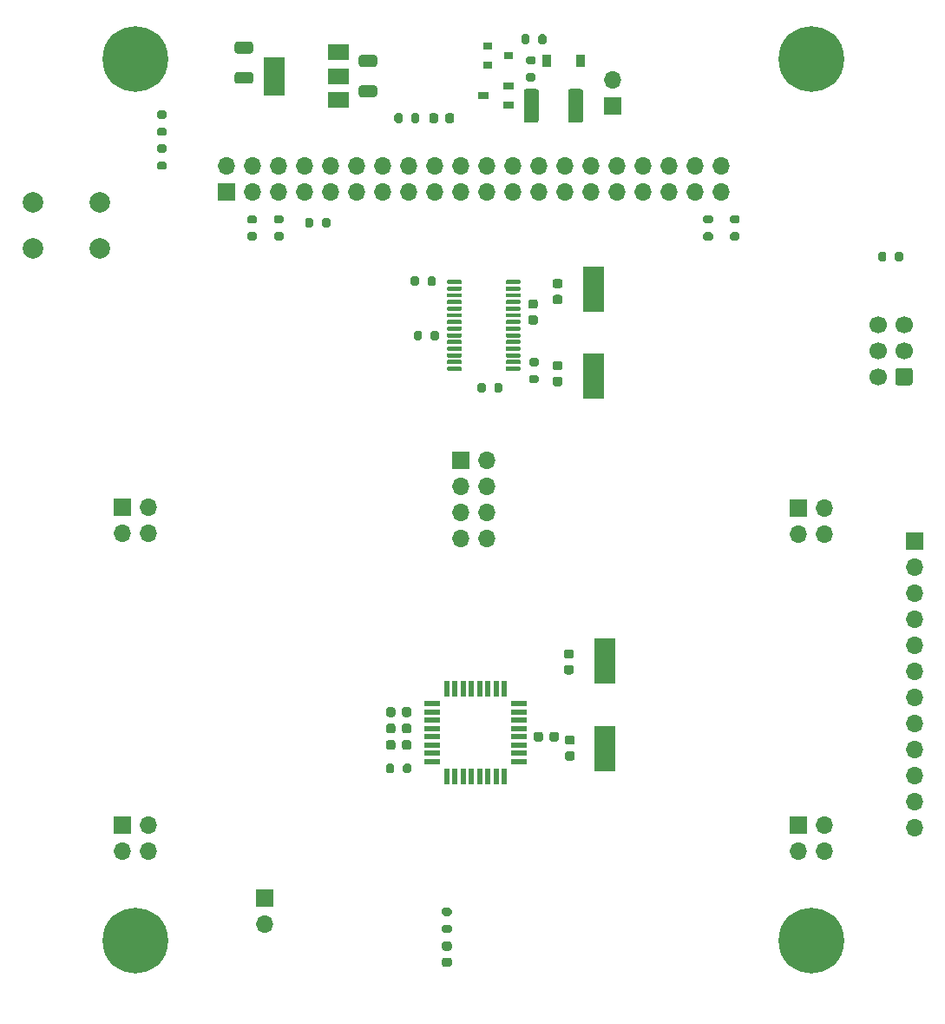
<source format=gts>
%TF.GenerationSoftware,KiCad,Pcbnew,5.1.10*%
%TF.CreationDate,2021-11-15T18:17:48+01:00*%
%TF.ProjectId,main_pcb,6d61696e-5f70-4636-922e-6b696361645f,rev?*%
%TF.SameCoordinates,PX8f0d180PY5f5e100*%
%TF.FileFunction,Soldermask,Top*%
%TF.FilePolarity,Negative*%
%FSLAX46Y46*%
G04 Gerber Fmt 4.6, Leading zero omitted, Abs format (unit mm)*
G04 Created by KiCad (PCBNEW 5.1.10) date 2021-11-15 18:17:48*
%MOMM*%
%LPD*%
G01*
G04 APERTURE LIST*
%ADD10O,1.700000X1.700000*%
%ADD11R,1.700000X1.700000*%
%ADD12C,1.700000*%
%ADD13R,2.000000X4.500000*%
%ADD14R,2.000000X1.500000*%
%ADD15R,2.000000X3.800000*%
%ADD16R,0.550000X1.600000*%
%ADD17R,1.600000X0.550000*%
%ADD18C,2.000000*%
%ADD19R,1.000000X0.700000*%
%ADD20R,0.900000X0.800000*%
%ADD21C,6.400000*%
%ADD22R,0.900000X1.200000*%
G04 APERTURE END LIST*
%TO.C,R5*%
G36*
G01*
X-6875000Y-26475000D02*
X-6875000Y-25925000D01*
G75*
G02*
X-6675000Y-25725000I200000J0D01*
G01*
X-6275000Y-25725000D01*
G75*
G02*
X-6075000Y-25925000I0J-200000D01*
G01*
X-6075000Y-26475000D01*
G75*
G02*
X-6275000Y-26675000I-200000J0D01*
G01*
X-6675000Y-26675000D01*
G75*
G02*
X-6875000Y-26475000I0J200000D01*
G01*
G37*
G36*
G01*
X-8525000Y-26475000D02*
X-8525000Y-25925000D01*
G75*
G02*
X-8325000Y-25725000I200000J0D01*
G01*
X-7925000Y-25725000D01*
G75*
G02*
X-7725000Y-25925000I0J-200000D01*
G01*
X-7725000Y-26475000D01*
G75*
G02*
X-7925000Y-26675000I-200000J0D01*
G01*
X-8325000Y-26675000D01*
G75*
G02*
X-8525000Y-26475000I0J200000D01*
G01*
G37*
%TD*%
D10*
%TO.C,J9*%
X-20400000Y-41340000D03*
D11*
X-20400000Y-38800000D03*
%TD*%
%TO.C,R4*%
G36*
G01*
X-21325000Y26925000D02*
X-21875000Y26925000D01*
G75*
G02*
X-22075000Y27125000I0J200000D01*
G01*
X-22075000Y27525000D01*
G75*
G02*
X-21875000Y27725000I200000J0D01*
G01*
X-21325000Y27725000D01*
G75*
G02*
X-21125000Y27525000I0J-200000D01*
G01*
X-21125000Y27125000D01*
G75*
G02*
X-21325000Y26925000I-200000J0D01*
G01*
G37*
G36*
G01*
X-21325000Y25275000D02*
X-21875000Y25275000D01*
G75*
G02*
X-22075000Y25475000I0J200000D01*
G01*
X-22075000Y25875000D01*
G75*
G02*
X-21875000Y26075000I200000J0D01*
G01*
X-21325000Y26075000D01*
G75*
G02*
X-21125000Y25875000I0J-200000D01*
G01*
X-21125000Y25475000D01*
G75*
G02*
X-21325000Y25275000I-200000J0D01*
G01*
G37*
%TD*%
%TO.C,R3*%
G36*
G01*
X-18725000Y26925000D02*
X-19275000Y26925000D01*
G75*
G02*
X-19475000Y27125000I0J200000D01*
G01*
X-19475000Y27525000D01*
G75*
G02*
X-19275000Y27725000I200000J0D01*
G01*
X-18725000Y27725000D01*
G75*
G02*
X-18525000Y27525000I0J-200000D01*
G01*
X-18525000Y27125000D01*
G75*
G02*
X-18725000Y26925000I-200000J0D01*
G01*
G37*
G36*
G01*
X-18725000Y25275000D02*
X-19275000Y25275000D01*
G75*
G02*
X-19475000Y25475000I0J200000D01*
G01*
X-19475000Y25875000D01*
G75*
G02*
X-19275000Y26075000I200000J0D01*
G01*
X-18725000Y26075000D01*
G75*
G02*
X-18525000Y25875000I0J-200000D01*
G01*
X-18525000Y25475000D01*
G75*
G02*
X-18725000Y25275000I-200000J0D01*
G01*
G37*
%TD*%
D12*
%TO.C,J8*%
X39460000Y17080000D03*
X39460000Y14540000D03*
X39460000Y12000000D03*
X42000000Y17080000D03*
X42000000Y14540000D03*
G36*
G01*
X42850000Y12600000D02*
X42850000Y11400000D01*
G75*
G02*
X42600000Y11150000I-250000J0D01*
G01*
X41400000Y11150000D01*
G75*
G02*
X41150000Y11400000I0J250000D01*
G01*
X41150000Y12600000D01*
G75*
G02*
X41400000Y12850000I250000J0D01*
G01*
X42600000Y12850000D01*
G75*
G02*
X42850000Y12600000I0J-250000D01*
G01*
G37*
%TD*%
%TO.C,C15*%
G36*
G01*
X-21749999Y43500000D02*
X-23050001Y43500000D01*
G75*
G02*
X-23300000Y43749999I0J249999D01*
G01*
X-23300000Y44400001D01*
G75*
G02*
X-23050001Y44650000I249999J0D01*
G01*
X-21749999Y44650000D01*
G75*
G02*
X-21500000Y44400001I0J-249999D01*
G01*
X-21500000Y43749999D01*
G75*
G02*
X-21749999Y43500000I-249999J0D01*
G01*
G37*
G36*
G01*
X-21749999Y40550000D02*
X-23050001Y40550000D01*
G75*
G02*
X-23300000Y40799999I0J249999D01*
G01*
X-23300000Y41450001D01*
G75*
G02*
X-23050001Y41700000I249999J0D01*
G01*
X-21749999Y41700000D01*
G75*
G02*
X-21500000Y41450001I0J-249999D01*
G01*
X-21500000Y40799999D01*
G75*
G02*
X-21749999Y40550000I-249999J0D01*
G01*
G37*
%TD*%
%TO.C,C14*%
G36*
G01*
X-10950001Y40400000D02*
X-9649999Y40400000D01*
G75*
G02*
X-9400000Y40150001I0J-249999D01*
G01*
X-9400000Y39499999D01*
G75*
G02*
X-9649999Y39250000I-249999J0D01*
G01*
X-10950001Y39250000D01*
G75*
G02*
X-11200000Y39499999I0J249999D01*
G01*
X-11200000Y40150001D01*
G75*
G02*
X-10950001Y40400000I249999J0D01*
G01*
G37*
G36*
G01*
X-10950001Y43350000D02*
X-9649999Y43350000D01*
G75*
G02*
X-9400000Y43100001I0J-249999D01*
G01*
X-9400000Y42449999D01*
G75*
G02*
X-9649999Y42200000I-249999J0D01*
G01*
X-10950001Y42200000D01*
G75*
G02*
X-11200000Y42449999I0J249999D01*
G01*
X-11200000Y43100001D01*
G75*
G02*
X-10950001Y43350000I249999J0D01*
G01*
G37*
%TD*%
D10*
%TO.C,J4*%
X24130000Y32540000D03*
X24130000Y30000000D03*
X21590000Y32540000D03*
X21590000Y30000000D03*
X19050000Y32540000D03*
X19050000Y30000000D03*
X16510000Y32540000D03*
X16510000Y30000000D03*
X13970000Y32540000D03*
X13970000Y30000000D03*
X11430000Y32540000D03*
X11430000Y30000000D03*
X8890000Y32540000D03*
X8890000Y30000000D03*
X6350000Y32540000D03*
X6350000Y30000000D03*
X3810000Y32540000D03*
X3810000Y30000000D03*
X1270000Y32540000D03*
X1270000Y30000000D03*
X-1270000Y32540000D03*
X-1270000Y30000000D03*
X-3810000Y32540000D03*
X-3810000Y30000000D03*
X-6350000Y32540000D03*
X-6350000Y30000000D03*
X-8890000Y32540000D03*
X-8890000Y30000000D03*
X-11430000Y32540000D03*
X-11430000Y30000000D03*
X-13970000Y32540000D03*
X-13970000Y30000000D03*
X-16510000Y32540000D03*
X-16510000Y30000000D03*
X-19050000Y32540000D03*
X-19050000Y30000000D03*
X-21590000Y32540000D03*
X-21590000Y30000000D03*
X-24130000Y32540000D03*
D11*
X-24130000Y30000000D03*
%TD*%
D13*
%TO.C,Y2*%
X12800000Y-15750000D03*
X12800000Y-24250000D03*
%TD*%
%TO.C,Y1*%
X11700000Y20550000D03*
X11700000Y12050000D03*
%TD*%
D14*
%TO.C,U4*%
X-13150000Y39000000D03*
X-13150000Y43600000D03*
X-13150000Y41300000D03*
D15*
X-19450000Y41300000D03*
%TD*%
D16*
%TO.C,U3*%
X3000000Y-26950000D03*
X2200000Y-26950000D03*
X1400000Y-26950000D03*
X600000Y-26950000D03*
X-200000Y-26950000D03*
X-1000000Y-26950000D03*
X-1800000Y-26950000D03*
X-2600000Y-26950000D03*
D17*
X-4050000Y-25500000D03*
X-4050000Y-24700000D03*
X-4050000Y-23900000D03*
X-4050000Y-23100000D03*
X-4050000Y-22300000D03*
X-4050000Y-21500000D03*
X-4050000Y-20700000D03*
X-4050000Y-19900000D03*
D16*
X-2600000Y-18450000D03*
X-1800000Y-18450000D03*
X-1000000Y-18450000D03*
X-200000Y-18450000D03*
X600000Y-18450000D03*
X1400000Y-18450000D03*
X2200000Y-18450000D03*
X3000000Y-18450000D03*
D17*
X4450000Y-19900000D03*
X4450000Y-20700000D03*
X4450000Y-21500000D03*
X4450000Y-22300000D03*
X4450000Y-23100000D03*
X4450000Y-23900000D03*
X4450000Y-24700000D03*
X4450000Y-25500000D03*
%TD*%
%TO.C,U1*%
G36*
G01*
X-1125000Y12875000D02*
X-1125000Y12675000D01*
G75*
G02*
X-1225000Y12575000I-100000J0D01*
G01*
X-2500000Y12575000D01*
G75*
G02*
X-2600000Y12675000I0J100000D01*
G01*
X-2600000Y12875000D01*
G75*
G02*
X-2500000Y12975000I100000J0D01*
G01*
X-1225000Y12975000D01*
G75*
G02*
X-1125000Y12875000I0J-100000D01*
G01*
G37*
G36*
G01*
X-1125000Y13525000D02*
X-1125000Y13325000D01*
G75*
G02*
X-1225000Y13225000I-100000J0D01*
G01*
X-2500000Y13225000D01*
G75*
G02*
X-2600000Y13325000I0J100000D01*
G01*
X-2600000Y13525000D01*
G75*
G02*
X-2500000Y13625000I100000J0D01*
G01*
X-1225000Y13625000D01*
G75*
G02*
X-1125000Y13525000I0J-100000D01*
G01*
G37*
G36*
G01*
X-1125000Y14175000D02*
X-1125000Y13975000D01*
G75*
G02*
X-1225000Y13875000I-100000J0D01*
G01*
X-2500000Y13875000D01*
G75*
G02*
X-2600000Y13975000I0J100000D01*
G01*
X-2600000Y14175000D01*
G75*
G02*
X-2500000Y14275000I100000J0D01*
G01*
X-1225000Y14275000D01*
G75*
G02*
X-1125000Y14175000I0J-100000D01*
G01*
G37*
G36*
G01*
X-1125000Y14825000D02*
X-1125000Y14625000D01*
G75*
G02*
X-1225000Y14525000I-100000J0D01*
G01*
X-2500000Y14525000D01*
G75*
G02*
X-2600000Y14625000I0J100000D01*
G01*
X-2600000Y14825000D01*
G75*
G02*
X-2500000Y14925000I100000J0D01*
G01*
X-1225000Y14925000D01*
G75*
G02*
X-1125000Y14825000I0J-100000D01*
G01*
G37*
G36*
G01*
X-1125000Y15475000D02*
X-1125000Y15275000D01*
G75*
G02*
X-1225000Y15175000I-100000J0D01*
G01*
X-2500000Y15175000D01*
G75*
G02*
X-2600000Y15275000I0J100000D01*
G01*
X-2600000Y15475000D01*
G75*
G02*
X-2500000Y15575000I100000J0D01*
G01*
X-1225000Y15575000D01*
G75*
G02*
X-1125000Y15475000I0J-100000D01*
G01*
G37*
G36*
G01*
X-1125000Y16125000D02*
X-1125000Y15925000D01*
G75*
G02*
X-1225000Y15825000I-100000J0D01*
G01*
X-2500000Y15825000D01*
G75*
G02*
X-2600000Y15925000I0J100000D01*
G01*
X-2600000Y16125000D01*
G75*
G02*
X-2500000Y16225000I100000J0D01*
G01*
X-1225000Y16225000D01*
G75*
G02*
X-1125000Y16125000I0J-100000D01*
G01*
G37*
G36*
G01*
X-1125000Y16775000D02*
X-1125000Y16575000D01*
G75*
G02*
X-1225000Y16475000I-100000J0D01*
G01*
X-2500000Y16475000D01*
G75*
G02*
X-2600000Y16575000I0J100000D01*
G01*
X-2600000Y16775000D01*
G75*
G02*
X-2500000Y16875000I100000J0D01*
G01*
X-1225000Y16875000D01*
G75*
G02*
X-1125000Y16775000I0J-100000D01*
G01*
G37*
G36*
G01*
X-1125000Y17425000D02*
X-1125000Y17225000D01*
G75*
G02*
X-1225000Y17125000I-100000J0D01*
G01*
X-2500000Y17125000D01*
G75*
G02*
X-2600000Y17225000I0J100000D01*
G01*
X-2600000Y17425000D01*
G75*
G02*
X-2500000Y17525000I100000J0D01*
G01*
X-1225000Y17525000D01*
G75*
G02*
X-1125000Y17425000I0J-100000D01*
G01*
G37*
G36*
G01*
X-1125000Y18075000D02*
X-1125000Y17875000D01*
G75*
G02*
X-1225000Y17775000I-100000J0D01*
G01*
X-2500000Y17775000D01*
G75*
G02*
X-2600000Y17875000I0J100000D01*
G01*
X-2600000Y18075000D01*
G75*
G02*
X-2500000Y18175000I100000J0D01*
G01*
X-1225000Y18175000D01*
G75*
G02*
X-1125000Y18075000I0J-100000D01*
G01*
G37*
G36*
G01*
X-1125000Y18725000D02*
X-1125000Y18525000D01*
G75*
G02*
X-1225000Y18425000I-100000J0D01*
G01*
X-2500000Y18425000D01*
G75*
G02*
X-2600000Y18525000I0J100000D01*
G01*
X-2600000Y18725000D01*
G75*
G02*
X-2500000Y18825000I100000J0D01*
G01*
X-1225000Y18825000D01*
G75*
G02*
X-1125000Y18725000I0J-100000D01*
G01*
G37*
G36*
G01*
X-1125000Y19375000D02*
X-1125000Y19175000D01*
G75*
G02*
X-1225000Y19075000I-100000J0D01*
G01*
X-2500000Y19075000D01*
G75*
G02*
X-2600000Y19175000I0J100000D01*
G01*
X-2600000Y19375000D01*
G75*
G02*
X-2500000Y19475000I100000J0D01*
G01*
X-1225000Y19475000D01*
G75*
G02*
X-1125000Y19375000I0J-100000D01*
G01*
G37*
G36*
G01*
X-1125000Y20025000D02*
X-1125000Y19825000D01*
G75*
G02*
X-1225000Y19725000I-100000J0D01*
G01*
X-2500000Y19725000D01*
G75*
G02*
X-2600000Y19825000I0J100000D01*
G01*
X-2600000Y20025000D01*
G75*
G02*
X-2500000Y20125000I100000J0D01*
G01*
X-1225000Y20125000D01*
G75*
G02*
X-1125000Y20025000I0J-100000D01*
G01*
G37*
G36*
G01*
X-1125000Y20675000D02*
X-1125000Y20475000D01*
G75*
G02*
X-1225000Y20375000I-100000J0D01*
G01*
X-2500000Y20375000D01*
G75*
G02*
X-2600000Y20475000I0J100000D01*
G01*
X-2600000Y20675000D01*
G75*
G02*
X-2500000Y20775000I100000J0D01*
G01*
X-1225000Y20775000D01*
G75*
G02*
X-1125000Y20675000I0J-100000D01*
G01*
G37*
G36*
G01*
X-1125000Y21325000D02*
X-1125000Y21125000D01*
G75*
G02*
X-1225000Y21025000I-100000J0D01*
G01*
X-2500000Y21025000D01*
G75*
G02*
X-2600000Y21125000I0J100000D01*
G01*
X-2600000Y21325000D01*
G75*
G02*
X-2500000Y21425000I100000J0D01*
G01*
X-1225000Y21425000D01*
G75*
G02*
X-1125000Y21325000I0J-100000D01*
G01*
G37*
G36*
G01*
X4600000Y21325000D02*
X4600000Y21125000D01*
G75*
G02*
X4500000Y21025000I-100000J0D01*
G01*
X3225000Y21025000D01*
G75*
G02*
X3125000Y21125000I0J100000D01*
G01*
X3125000Y21325000D01*
G75*
G02*
X3225000Y21425000I100000J0D01*
G01*
X4500000Y21425000D01*
G75*
G02*
X4600000Y21325000I0J-100000D01*
G01*
G37*
G36*
G01*
X4600000Y20675000D02*
X4600000Y20475000D01*
G75*
G02*
X4500000Y20375000I-100000J0D01*
G01*
X3225000Y20375000D01*
G75*
G02*
X3125000Y20475000I0J100000D01*
G01*
X3125000Y20675000D01*
G75*
G02*
X3225000Y20775000I100000J0D01*
G01*
X4500000Y20775000D01*
G75*
G02*
X4600000Y20675000I0J-100000D01*
G01*
G37*
G36*
G01*
X4600000Y20025000D02*
X4600000Y19825000D01*
G75*
G02*
X4500000Y19725000I-100000J0D01*
G01*
X3225000Y19725000D01*
G75*
G02*
X3125000Y19825000I0J100000D01*
G01*
X3125000Y20025000D01*
G75*
G02*
X3225000Y20125000I100000J0D01*
G01*
X4500000Y20125000D01*
G75*
G02*
X4600000Y20025000I0J-100000D01*
G01*
G37*
G36*
G01*
X4600000Y19375000D02*
X4600000Y19175000D01*
G75*
G02*
X4500000Y19075000I-100000J0D01*
G01*
X3225000Y19075000D01*
G75*
G02*
X3125000Y19175000I0J100000D01*
G01*
X3125000Y19375000D01*
G75*
G02*
X3225000Y19475000I100000J0D01*
G01*
X4500000Y19475000D01*
G75*
G02*
X4600000Y19375000I0J-100000D01*
G01*
G37*
G36*
G01*
X4600000Y18725000D02*
X4600000Y18525000D01*
G75*
G02*
X4500000Y18425000I-100000J0D01*
G01*
X3225000Y18425000D01*
G75*
G02*
X3125000Y18525000I0J100000D01*
G01*
X3125000Y18725000D01*
G75*
G02*
X3225000Y18825000I100000J0D01*
G01*
X4500000Y18825000D01*
G75*
G02*
X4600000Y18725000I0J-100000D01*
G01*
G37*
G36*
G01*
X4600000Y18075000D02*
X4600000Y17875000D01*
G75*
G02*
X4500000Y17775000I-100000J0D01*
G01*
X3225000Y17775000D01*
G75*
G02*
X3125000Y17875000I0J100000D01*
G01*
X3125000Y18075000D01*
G75*
G02*
X3225000Y18175000I100000J0D01*
G01*
X4500000Y18175000D01*
G75*
G02*
X4600000Y18075000I0J-100000D01*
G01*
G37*
G36*
G01*
X4600000Y17425000D02*
X4600000Y17225000D01*
G75*
G02*
X4500000Y17125000I-100000J0D01*
G01*
X3225000Y17125000D01*
G75*
G02*
X3125000Y17225000I0J100000D01*
G01*
X3125000Y17425000D01*
G75*
G02*
X3225000Y17525000I100000J0D01*
G01*
X4500000Y17525000D01*
G75*
G02*
X4600000Y17425000I0J-100000D01*
G01*
G37*
G36*
G01*
X4600000Y16775000D02*
X4600000Y16575000D01*
G75*
G02*
X4500000Y16475000I-100000J0D01*
G01*
X3225000Y16475000D01*
G75*
G02*
X3125000Y16575000I0J100000D01*
G01*
X3125000Y16775000D01*
G75*
G02*
X3225000Y16875000I100000J0D01*
G01*
X4500000Y16875000D01*
G75*
G02*
X4600000Y16775000I0J-100000D01*
G01*
G37*
G36*
G01*
X4600000Y16125000D02*
X4600000Y15925000D01*
G75*
G02*
X4500000Y15825000I-100000J0D01*
G01*
X3225000Y15825000D01*
G75*
G02*
X3125000Y15925000I0J100000D01*
G01*
X3125000Y16125000D01*
G75*
G02*
X3225000Y16225000I100000J0D01*
G01*
X4500000Y16225000D01*
G75*
G02*
X4600000Y16125000I0J-100000D01*
G01*
G37*
G36*
G01*
X4600000Y15475000D02*
X4600000Y15275000D01*
G75*
G02*
X4500000Y15175000I-100000J0D01*
G01*
X3225000Y15175000D01*
G75*
G02*
X3125000Y15275000I0J100000D01*
G01*
X3125000Y15475000D01*
G75*
G02*
X3225000Y15575000I100000J0D01*
G01*
X4500000Y15575000D01*
G75*
G02*
X4600000Y15475000I0J-100000D01*
G01*
G37*
G36*
G01*
X4600000Y14825000D02*
X4600000Y14625000D01*
G75*
G02*
X4500000Y14525000I-100000J0D01*
G01*
X3225000Y14525000D01*
G75*
G02*
X3125000Y14625000I0J100000D01*
G01*
X3125000Y14825000D01*
G75*
G02*
X3225000Y14925000I100000J0D01*
G01*
X4500000Y14925000D01*
G75*
G02*
X4600000Y14825000I0J-100000D01*
G01*
G37*
G36*
G01*
X4600000Y14175000D02*
X4600000Y13975000D01*
G75*
G02*
X4500000Y13875000I-100000J0D01*
G01*
X3225000Y13875000D01*
G75*
G02*
X3125000Y13975000I0J100000D01*
G01*
X3125000Y14175000D01*
G75*
G02*
X3225000Y14275000I100000J0D01*
G01*
X4500000Y14275000D01*
G75*
G02*
X4600000Y14175000I0J-100000D01*
G01*
G37*
G36*
G01*
X4600000Y13525000D02*
X4600000Y13325000D01*
G75*
G02*
X4500000Y13225000I-100000J0D01*
G01*
X3225000Y13225000D01*
G75*
G02*
X3125000Y13325000I0J100000D01*
G01*
X3125000Y13525000D01*
G75*
G02*
X3225000Y13625000I100000J0D01*
G01*
X4500000Y13625000D01*
G75*
G02*
X4600000Y13525000I0J-100000D01*
G01*
G37*
G36*
G01*
X4600000Y12875000D02*
X4600000Y12675000D01*
G75*
G02*
X4500000Y12575000I-100000J0D01*
G01*
X3225000Y12575000D01*
G75*
G02*
X3125000Y12675000I0J100000D01*
G01*
X3125000Y12875000D01*
G75*
G02*
X3225000Y12975000I100000J0D01*
G01*
X4500000Y12975000D01*
G75*
G02*
X4600000Y12875000I0J-100000D01*
G01*
G37*
%TD*%
D18*
%TO.C,SW1*%
X-36500000Y29000000D03*
X-36500000Y24500000D03*
X-43000000Y29000000D03*
X-43000000Y24500000D03*
%TD*%
%TO.C,R19*%
G36*
G01*
X-2875000Y-41425000D02*
X-2325000Y-41425000D01*
G75*
G02*
X-2125000Y-41625000I0J-200000D01*
G01*
X-2125000Y-42025000D01*
G75*
G02*
X-2325000Y-42225000I-200000J0D01*
G01*
X-2875000Y-42225000D01*
G75*
G02*
X-3075000Y-42025000I0J200000D01*
G01*
X-3075000Y-41625000D01*
G75*
G02*
X-2875000Y-41425000I200000J0D01*
G01*
G37*
G36*
G01*
X-2875000Y-39775000D02*
X-2325000Y-39775000D01*
G75*
G02*
X-2125000Y-39975000I0J-200000D01*
G01*
X-2125000Y-40375000D01*
G75*
G02*
X-2325000Y-40575000I-200000J0D01*
G01*
X-2875000Y-40575000D01*
G75*
G02*
X-3075000Y-40375000I0J200000D01*
G01*
X-3075000Y-39975000D01*
G75*
G02*
X-2875000Y-39775000I200000J0D01*
G01*
G37*
%TD*%
%TO.C,R18*%
G36*
G01*
X41125000Y23425000D02*
X41125000Y23975000D01*
G75*
G02*
X41325000Y24175000I200000J0D01*
G01*
X41725000Y24175000D01*
G75*
G02*
X41925000Y23975000I0J-200000D01*
G01*
X41925000Y23425000D01*
G75*
G02*
X41725000Y23225000I-200000J0D01*
G01*
X41325000Y23225000D01*
G75*
G02*
X41125000Y23425000I0J200000D01*
G01*
G37*
G36*
G01*
X39475000Y23425000D02*
X39475000Y23975000D01*
G75*
G02*
X39675000Y24175000I200000J0D01*
G01*
X40075000Y24175000D01*
G75*
G02*
X40275000Y23975000I0J-200000D01*
G01*
X40275000Y23425000D01*
G75*
G02*
X40075000Y23225000I-200000J0D01*
G01*
X39675000Y23225000D01*
G75*
G02*
X39475000Y23425000I0J200000D01*
G01*
G37*
%TD*%
%TO.C,R15*%
G36*
G01*
X-5025000Y16275000D02*
X-5025000Y15725000D01*
G75*
G02*
X-5225000Y15525000I-200000J0D01*
G01*
X-5625000Y15525000D01*
G75*
G02*
X-5825000Y15725000I0J200000D01*
G01*
X-5825000Y16275000D01*
G75*
G02*
X-5625000Y16475000I200000J0D01*
G01*
X-5225000Y16475000D01*
G75*
G02*
X-5025000Y16275000I0J-200000D01*
G01*
G37*
G36*
G01*
X-3375000Y16275000D02*
X-3375000Y15725000D01*
G75*
G02*
X-3575000Y15525000I-200000J0D01*
G01*
X-3975000Y15525000D01*
G75*
G02*
X-4175000Y15725000I0J200000D01*
G01*
X-4175000Y16275000D01*
G75*
G02*
X-3975000Y16475000I200000J0D01*
G01*
X-3575000Y16475000D01*
G75*
G02*
X-3375000Y16275000I0J-200000D01*
G01*
G37*
%TD*%
%TO.C,R14*%
G36*
G01*
X5625000Y12175000D02*
X6175000Y12175000D01*
G75*
G02*
X6375000Y11975000I0J-200000D01*
G01*
X6375000Y11575000D01*
G75*
G02*
X6175000Y11375000I-200000J0D01*
G01*
X5625000Y11375000D01*
G75*
G02*
X5425000Y11575000I0J200000D01*
G01*
X5425000Y11975000D01*
G75*
G02*
X5625000Y12175000I200000J0D01*
G01*
G37*
G36*
G01*
X5625000Y13825000D02*
X6175000Y13825000D01*
G75*
G02*
X6375000Y13625000I0J-200000D01*
G01*
X6375000Y13225000D01*
G75*
G02*
X6175000Y13025000I-200000J0D01*
G01*
X5625000Y13025000D01*
G75*
G02*
X5425000Y13225000I0J200000D01*
G01*
X5425000Y13625000D01*
G75*
G02*
X5625000Y13825000I200000J0D01*
G01*
G37*
%TD*%
%TO.C,R13*%
G36*
G01*
X2025000Y10625000D02*
X2025000Y11175000D01*
G75*
G02*
X2225000Y11375000I200000J0D01*
G01*
X2625000Y11375000D01*
G75*
G02*
X2825000Y11175000I0J-200000D01*
G01*
X2825000Y10625000D01*
G75*
G02*
X2625000Y10425000I-200000J0D01*
G01*
X2225000Y10425000D01*
G75*
G02*
X2025000Y10625000I0J200000D01*
G01*
G37*
G36*
G01*
X375000Y10625000D02*
X375000Y11175000D01*
G75*
G02*
X575000Y11375000I200000J0D01*
G01*
X975000Y11375000D01*
G75*
G02*
X1175000Y11175000I0J-200000D01*
G01*
X1175000Y10625000D01*
G75*
G02*
X975000Y10425000I-200000J0D01*
G01*
X575000Y10425000D01*
G75*
G02*
X375000Y10625000I0J200000D01*
G01*
G37*
%TD*%
%TO.C,R12*%
G36*
G01*
X-5325000Y21575000D02*
X-5325000Y21025000D01*
G75*
G02*
X-5525000Y20825000I-200000J0D01*
G01*
X-5925000Y20825000D01*
G75*
G02*
X-6125000Y21025000I0J200000D01*
G01*
X-6125000Y21575000D01*
G75*
G02*
X-5925000Y21775000I200000J0D01*
G01*
X-5525000Y21775000D01*
G75*
G02*
X-5325000Y21575000I0J-200000D01*
G01*
G37*
G36*
G01*
X-3675000Y21575000D02*
X-3675000Y21025000D01*
G75*
G02*
X-3875000Y20825000I-200000J0D01*
G01*
X-4275000Y20825000D01*
G75*
G02*
X-4475000Y21025000I0J200000D01*
G01*
X-4475000Y21575000D01*
G75*
G02*
X-4275000Y21775000I200000J0D01*
G01*
X-3875000Y21775000D01*
G75*
G02*
X-3675000Y21575000I0J-200000D01*
G01*
G37*
%TD*%
%TO.C,R11*%
G36*
G01*
X-30675000Y32975000D02*
X-30125000Y32975000D01*
G75*
G02*
X-29925000Y32775000I0J-200000D01*
G01*
X-29925000Y32375000D01*
G75*
G02*
X-30125000Y32175000I-200000J0D01*
G01*
X-30675000Y32175000D01*
G75*
G02*
X-30875000Y32375000I0J200000D01*
G01*
X-30875000Y32775000D01*
G75*
G02*
X-30675000Y32975000I200000J0D01*
G01*
G37*
G36*
G01*
X-30675000Y34625000D02*
X-30125000Y34625000D01*
G75*
G02*
X-29925000Y34425000I0J-200000D01*
G01*
X-29925000Y34025000D01*
G75*
G02*
X-30125000Y33825000I-200000J0D01*
G01*
X-30675000Y33825000D01*
G75*
G02*
X-30875000Y34025000I0J200000D01*
G01*
X-30875000Y34425000D01*
G75*
G02*
X-30675000Y34625000I200000J0D01*
G01*
G37*
%TD*%
%TO.C,R10*%
G36*
G01*
X-30675000Y36275000D02*
X-30125000Y36275000D01*
G75*
G02*
X-29925000Y36075000I0J-200000D01*
G01*
X-29925000Y35675000D01*
G75*
G02*
X-30125000Y35475000I-200000J0D01*
G01*
X-30675000Y35475000D01*
G75*
G02*
X-30875000Y35675000I0J200000D01*
G01*
X-30875000Y36075000D01*
G75*
G02*
X-30675000Y36275000I200000J0D01*
G01*
G37*
G36*
G01*
X-30675000Y37925000D02*
X-30125000Y37925000D01*
G75*
G02*
X-29925000Y37725000I0J-200000D01*
G01*
X-29925000Y37325000D01*
G75*
G02*
X-30125000Y37125000I-200000J0D01*
G01*
X-30675000Y37125000D01*
G75*
G02*
X-30875000Y37325000I0J200000D01*
G01*
X-30875000Y37725000D01*
G75*
G02*
X-30675000Y37925000I200000J0D01*
G01*
G37*
%TD*%
%TO.C,R9*%
G36*
G01*
X6325000Y44625000D02*
X6325000Y45175000D01*
G75*
G02*
X6525000Y45375000I200000J0D01*
G01*
X6925000Y45375000D01*
G75*
G02*
X7125000Y45175000I0J-200000D01*
G01*
X7125000Y44625000D01*
G75*
G02*
X6925000Y44425000I-200000J0D01*
G01*
X6525000Y44425000D01*
G75*
G02*
X6325000Y44625000I0J200000D01*
G01*
G37*
G36*
G01*
X4675000Y44625000D02*
X4675000Y45175000D01*
G75*
G02*
X4875000Y45375000I200000J0D01*
G01*
X5275000Y45375000D01*
G75*
G02*
X5475000Y45175000I0J-200000D01*
G01*
X5475000Y44625000D01*
G75*
G02*
X5275000Y44425000I-200000J0D01*
G01*
X4875000Y44425000D01*
G75*
G02*
X4675000Y44625000I0J200000D01*
G01*
G37*
%TD*%
%TO.C,R8*%
G36*
G01*
X25225000Y26075000D02*
X25775000Y26075000D01*
G75*
G02*
X25975000Y25875000I0J-200000D01*
G01*
X25975000Y25475000D01*
G75*
G02*
X25775000Y25275000I-200000J0D01*
G01*
X25225000Y25275000D01*
G75*
G02*
X25025000Y25475000I0J200000D01*
G01*
X25025000Y25875000D01*
G75*
G02*
X25225000Y26075000I200000J0D01*
G01*
G37*
G36*
G01*
X25225000Y27725000D02*
X25775000Y27725000D01*
G75*
G02*
X25975000Y27525000I0J-200000D01*
G01*
X25975000Y27125000D01*
G75*
G02*
X25775000Y26925000I-200000J0D01*
G01*
X25225000Y26925000D01*
G75*
G02*
X25025000Y27125000I0J200000D01*
G01*
X25025000Y27525000D01*
G75*
G02*
X25225000Y27725000I200000J0D01*
G01*
G37*
%TD*%
%TO.C,R7*%
G36*
G01*
X22625000Y26075000D02*
X23175000Y26075000D01*
G75*
G02*
X23375000Y25875000I0J-200000D01*
G01*
X23375000Y25475000D01*
G75*
G02*
X23175000Y25275000I-200000J0D01*
G01*
X22625000Y25275000D01*
G75*
G02*
X22425000Y25475000I0J200000D01*
G01*
X22425000Y25875000D01*
G75*
G02*
X22625000Y26075000I200000J0D01*
G01*
G37*
G36*
G01*
X22625000Y27725000D02*
X23175000Y27725000D01*
G75*
G02*
X23375000Y27525000I0J-200000D01*
G01*
X23375000Y27125000D01*
G75*
G02*
X23175000Y26925000I-200000J0D01*
G01*
X22625000Y26925000D01*
G75*
G02*
X22425000Y27125000I0J200000D01*
G01*
X22425000Y27525000D01*
G75*
G02*
X22625000Y27725000I200000J0D01*
G01*
G37*
%TD*%
%TO.C,R6*%
G36*
G01*
X5875000Y42425000D02*
X5325000Y42425000D01*
G75*
G02*
X5125000Y42625000I0J200000D01*
G01*
X5125000Y43025000D01*
G75*
G02*
X5325000Y43225000I200000J0D01*
G01*
X5875000Y43225000D01*
G75*
G02*
X6075000Y43025000I0J-200000D01*
G01*
X6075000Y42625000D01*
G75*
G02*
X5875000Y42425000I-200000J0D01*
G01*
G37*
G36*
G01*
X5875000Y40775000D02*
X5325000Y40775000D01*
G75*
G02*
X5125000Y40975000I0J200000D01*
G01*
X5125000Y41375000D01*
G75*
G02*
X5325000Y41575000I200000J0D01*
G01*
X5875000Y41575000D01*
G75*
G02*
X6075000Y41375000I0J-200000D01*
G01*
X6075000Y40975000D01*
G75*
G02*
X5875000Y40775000I-200000J0D01*
G01*
G37*
%TD*%
%TO.C,R2*%
G36*
G01*
X-15625000Y27275000D02*
X-15625000Y26725000D01*
G75*
G02*
X-15825000Y26525000I-200000J0D01*
G01*
X-16225000Y26525000D01*
G75*
G02*
X-16425000Y26725000I0J200000D01*
G01*
X-16425000Y27275000D01*
G75*
G02*
X-16225000Y27475000I200000J0D01*
G01*
X-15825000Y27475000D01*
G75*
G02*
X-15625000Y27275000I0J-200000D01*
G01*
G37*
G36*
G01*
X-13975000Y27275000D02*
X-13975000Y26725000D01*
G75*
G02*
X-14175000Y26525000I-200000J0D01*
G01*
X-14575000Y26525000D01*
G75*
G02*
X-14775000Y26725000I0J200000D01*
G01*
X-14775000Y27275000D01*
G75*
G02*
X-14575000Y27475000I200000J0D01*
G01*
X-14175000Y27475000D01*
G75*
G02*
X-13975000Y27275000I0J-200000D01*
G01*
G37*
%TD*%
%TO.C,R1*%
G36*
G01*
X-6075000Y36925000D02*
X-6075000Y37475000D01*
G75*
G02*
X-5875000Y37675000I200000J0D01*
G01*
X-5475000Y37675000D01*
G75*
G02*
X-5275000Y37475000I0J-200000D01*
G01*
X-5275000Y36925000D01*
G75*
G02*
X-5475000Y36725000I-200000J0D01*
G01*
X-5875000Y36725000D01*
G75*
G02*
X-6075000Y36925000I0J200000D01*
G01*
G37*
G36*
G01*
X-7725000Y36925000D02*
X-7725000Y37475000D01*
G75*
G02*
X-7525000Y37675000I200000J0D01*
G01*
X-7125000Y37675000D01*
G75*
G02*
X-6925000Y37475000I0J-200000D01*
G01*
X-6925000Y36925000D01*
G75*
G02*
X-7125000Y36725000I-200000J0D01*
G01*
X-7525000Y36725000D01*
G75*
G02*
X-7725000Y36925000I0J200000D01*
G01*
G37*
%TD*%
D19*
%TO.C,Q2*%
X1000000Y39400000D03*
X3400000Y40350000D03*
X3400000Y38450000D03*
%TD*%
D20*
%TO.C,Q1*%
X3400000Y43300000D03*
X1400000Y42350000D03*
X1400000Y44250000D03*
%TD*%
D10*
%TO.C,J7*%
X1270000Y-3810000D03*
X-1270000Y-3810000D03*
X1270000Y-1270000D03*
X-1270000Y-1270000D03*
X1270000Y1270000D03*
X-1270000Y1270000D03*
X1270000Y3810000D03*
D11*
X-1270000Y3810000D03*
%TD*%
D10*
%TO.C,J6*%
X34270000Y-34270000D03*
X31730000Y-34270000D03*
X34270000Y-31730000D03*
D11*
X31730000Y-31730000D03*
%TD*%
D10*
%TO.C,J5*%
X34270000Y-3340000D03*
X31730000Y-3340000D03*
X34270000Y-800000D03*
D11*
X31730000Y-800000D03*
%TD*%
D10*
%TO.C,J3*%
X-31730000Y-34270000D03*
X-34270000Y-34270000D03*
X-31730000Y-31730000D03*
D11*
X-34270000Y-31730000D03*
%TD*%
D10*
%TO.C,J2*%
X-31730000Y-3270000D03*
X-34270000Y-3270000D03*
X-31730000Y-730000D03*
D11*
X-34270000Y-730000D03*
%TD*%
D10*
%TO.C,J1*%
X43000000Y-31940000D03*
X43000000Y-29400000D03*
X43000000Y-26860000D03*
X43000000Y-24320000D03*
X43000000Y-21780000D03*
X43000000Y-19240000D03*
X43000000Y-16700000D03*
X43000000Y-14160000D03*
X43000000Y-11620000D03*
X43000000Y-9080000D03*
X43000000Y-6540000D03*
D11*
X43000000Y-4000000D03*
%TD*%
D21*
%TO.C,H4*%
X-33000000Y-43000000D03*
%TD*%
%TO.C,H3*%
X33000000Y-43000000D03*
%TD*%
%TO.C,H2*%
X33000000Y43000000D03*
%TD*%
%TO.C,H1*%
X-33000000Y43000000D03*
%TD*%
%TO.C,F1*%
G36*
G01*
X9225000Y37000000D02*
X9225000Y39800000D01*
G75*
G02*
X9475000Y40050000I250000J0D01*
G01*
X10450000Y40050000D01*
G75*
G02*
X10700000Y39800000I0J-250000D01*
G01*
X10700000Y37000000D01*
G75*
G02*
X10450000Y36750000I-250000J0D01*
G01*
X9475000Y36750000D01*
G75*
G02*
X9225000Y37000000I0J250000D01*
G01*
G37*
G36*
G01*
X4900000Y37000000D02*
X4900000Y39800000D01*
G75*
G02*
X5150000Y40050000I250000J0D01*
G01*
X6125000Y40050000D01*
G75*
G02*
X6375000Y39800000I0J-250000D01*
G01*
X6375000Y37000000D01*
G75*
G02*
X6125000Y36750000I-250000J0D01*
G01*
X5150000Y36750000D01*
G75*
G02*
X4900000Y37000000I0J250000D01*
G01*
G37*
%TD*%
%TO.C,D3*%
G36*
G01*
X-2343750Y-43950000D02*
X-2856250Y-43950000D01*
G75*
G02*
X-3075000Y-43731250I0J218750D01*
G01*
X-3075000Y-43293750D01*
G75*
G02*
X-2856250Y-43075000I218750J0D01*
G01*
X-2343750Y-43075000D01*
G75*
G02*
X-2125000Y-43293750I0J-218750D01*
G01*
X-2125000Y-43731250D01*
G75*
G02*
X-2343750Y-43950000I-218750J0D01*
G01*
G37*
G36*
G01*
X-2343750Y-45525000D02*
X-2856250Y-45525000D01*
G75*
G02*
X-3075000Y-45306250I0J218750D01*
G01*
X-3075000Y-44868750D01*
G75*
G02*
X-2856250Y-44650000I218750J0D01*
G01*
X-2343750Y-44650000D01*
G75*
G02*
X-2125000Y-44868750I0J-218750D01*
G01*
X-2125000Y-45306250D01*
G75*
G02*
X-2343750Y-45525000I-218750J0D01*
G01*
G37*
%TD*%
D22*
%TO.C,D2*%
X7150000Y42800000D03*
X10450000Y42800000D03*
%TD*%
%TO.C,D1*%
G36*
G01*
X-3450000Y37456250D02*
X-3450000Y36943750D01*
G75*
G02*
X-3668750Y36725000I-218750J0D01*
G01*
X-4106250Y36725000D01*
G75*
G02*
X-4325000Y36943750I0J218750D01*
G01*
X-4325000Y37456250D01*
G75*
G02*
X-4106250Y37675000I218750J0D01*
G01*
X-3668750Y37675000D01*
G75*
G02*
X-3450000Y37456250I0J-218750D01*
G01*
G37*
G36*
G01*
X-1875000Y37456250D02*
X-1875000Y36943750D01*
G75*
G02*
X-2093750Y36725000I-218750J0D01*
G01*
X-2531250Y36725000D01*
G75*
G02*
X-2750000Y36943750I0J218750D01*
G01*
X-2750000Y37456250D01*
G75*
G02*
X-2531250Y37675000I218750J0D01*
G01*
X-2093750Y37675000D01*
G75*
G02*
X-1875000Y37456250I0J-218750D01*
G01*
G37*
%TD*%
%TO.C,C13*%
G36*
G01*
X9050000Y-16125000D02*
X9550000Y-16125000D01*
G75*
G02*
X9775000Y-16350000I0J-225000D01*
G01*
X9775000Y-16800000D01*
G75*
G02*
X9550000Y-17025000I-225000J0D01*
G01*
X9050000Y-17025000D01*
G75*
G02*
X8825000Y-16800000I0J225000D01*
G01*
X8825000Y-16350000D01*
G75*
G02*
X9050000Y-16125000I225000J0D01*
G01*
G37*
G36*
G01*
X9050000Y-14575000D02*
X9550000Y-14575000D01*
G75*
G02*
X9775000Y-14800000I0J-225000D01*
G01*
X9775000Y-15250000D01*
G75*
G02*
X9550000Y-15475000I-225000J0D01*
G01*
X9050000Y-15475000D01*
G75*
G02*
X8825000Y-15250000I0J225000D01*
G01*
X8825000Y-14800000D01*
G75*
G02*
X9050000Y-14575000I225000J0D01*
G01*
G37*
%TD*%
%TO.C,C12*%
G36*
G01*
X9650000Y-23875000D02*
X9150000Y-23875000D01*
G75*
G02*
X8925000Y-23650000I0J225000D01*
G01*
X8925000Y-23200000D01*
G75*
G02*
X9150000Y-22975000I225000J0D01*
G01*
X9650000Y-22975000D01*
G75*
G02*
X9875000Y-23200000I0J-225000D01*
G01*
X9875000Y-23650000D01*
G75*
G02*
X9650000Y-23875000I-225000J0D01*
G01*
G37*
G36*
G01*
X9650000Y-25425000D02*
X9150000Y-25425000D01*
G75*
G02*
X8925000Y-25200000I0J225000D01*
G01*
X8925000Y-24750000D01*
G75*
G02*
X9150000Y-24525000I225000J0D01*
G01*
X9650000Y-24525000D01*
G75*
G02*
X9875000Y-24750000I0J-225000D01*
G01*
X9875000Y-25200000D01*
G75*
G02*
X9650000Y-25425000I-225000J0D01*
G01*
G37*
%TD*%
%TO.C,C8*%
G36*
G01*
X7425000Y-23350000D02*
X7425000Y-22850000D01*
G75*
G02*
X7650000Y-22625000I225000J0D01*
G01*
X8100000Y-22625000D01*
G75*
G02*
X8325000Y-22850000I0J-225000D01*
G01*
X8325000Y-23350000D01*
G75*
G02*
X8100000Y-23575000I-225000J0D01*
G01*
X7650000Y-23575000D01*
G75*
G02*
X7425000Y-23350000I0J225000D01*
G01*
G37*
G36*
G01*
X5875000Y-23350000D02*
X5875000Y-22850000D01*
G75*
G02*
X6100000Y-22625000I225000J0D01*
G01*
X6550000Y-22625000D01*
G75*
G02*
X6775000Y-22850000I0J-225000D01*
G01*
X6775000Y-23350000D01*
G75*
G02*
X6550000Y-23575000I-225000J0D01*
G01*
X6100000Y-23575000D01*
G75*
G02*
X5875000Y-23350000I0J225000D01*
G01*
G37*
%TD*%
%TO.C,C7*%
G36*
G01*
X-7625000Y-20450000D02*
X-7625000Y-20950000D01*
G75*
G02*
X-7850000Y-21175000I-225000J0D01*
G01*
X-8300000Y-21175000D01*
G75*
G02*
X-8525000Y-20950000I0J225000D01*
G01*
X-8525000Y-20450000D01*
G75*
G02*
X-8300000Y-20225000I225000J0D01*
G01*
X-7850000Y-20225000D01*
G75*
G02*
X-7625000Y-20450000I0J-225000D01*
G01*
G37*
G36*
G01*
X-6075000Y-20450000D02*
X-6075000Y-20950000D01*
G75*
G02*
X-6300000Y-21175000I-225000J0D01*
G01*
X-6750000Y-21175000D01*
G75*
G02*
X-6975000Y-20950000I0J225000D01*
G01*
X-6975000Y-20450000D01*
G75*
G02*
X-6750000Y-20225000I225000J0D01*
G01*
X-6300000Y-20225000D01*
G75*
G02*
X-6075000Y-20450000I0J-225000D01*
G01*
G37*
%TD*%
%TO.C,C6*%
G36*
G01*
X-7625000Y-22050000D02*
X-7625000Y-22550000D01*
G75*
G02*
X-7850000Y-22775000I-225000J0D01*
G01*
X-8300000Y-22775000D01*
G75*
G02*
X-8525000Y-22550000I0J225000D01*
G01*
X-8525000Y-22050000D01*
G75*
G02*
X-8300000Y-21825000I225000J0D01*
G01*
X-7850000Y-21825000D01*
G75*
G02*
X-7625000Y-22050000I0J-225000D01*
G01*
G37*
G36*
G01*
X-6075000Y-22050000D02*
X-6075000Y-22550000D01*
G75*
G02*
X-6300000Y-22775000I-225000J0D01*
G01*
X-6750000Y-22775000D01*
G75*
G02*
X-6975000Y-22550000I0J225000D01*
G01*
X-6975000Y-22050000D01*
G75*
G02*
X-6750000Y-21825000I225000J0D01*
G01*
X-6300000Y-21825000D01*
G75*
G02*
X-6075000Y-22050000I0J-225000D01*
G01*
G37*
%TD*%
%TO.C,C4*%
G36*
G01*
X8450000Y20625000D02*
X7950000Y20625000D01*
G75*
G02*
X7725000Y20850000I0J225000D01*
G01*
X7725000Y21300000D01*
G75*
G02*
X7950000Y21525000I225000J0D01*
G01*
X8450000Y21525000D01*
G75*
G02*
X8675000Y21300000I0J-225000D01*
G01*
X8675000Y20850000D01*
G75*
G02*
X8450000Y20625000I-225000J0D01*
G01*
G37*
G36*
G01*
X8450000Y19075000D02*
X7950000Y19075000D01*
G75*
G02*
X7725000Y19300000I0J225000D01*
G01*
X7725000Y19750000D01*
G75*
G02*
X7950000Y19975000I225000J0D01*
G01*
X8450000Y19975000D01*
G75*
G02*
X8675000Y19750000I0J-225000D01*
G01*
X8675000Y19300000D01*
G75*
G02*
X8450000Y19075000I-225000J0D01*
G01*
G37*
%TD*%
%TO.C,C3*%
G36*
G01*
X7950000Y11975000D02*
X8450000Y11975000D01*
G75*
G02*
X8675000Y11750000I0J-225000D01*
G01*
X8675000Y11300000D01*
G75*
G02*
X8450000Y11075000I-225000J0D01*
G01*
X7950000Y11075000D01*
G75*
G02*
X7725000Y11300000I0J225000D01*
G01*
X7725000Y11750000D01*
G75*
G02*
X7950000Y11975000I225000J0D01*
G01*
G37*
G36*
G01*
X7950000Y13525000D02*
X8450000Y13525000D01*
G75*
G02*
X8675000Y13300000I0J-225000D01*
G01*
X8675000Y12850000D01*
G75*
G02*
X8450000Y12625000I-225000J0D01*
G01*
X7950000Y12625000D01*
G75*
G02*
X7725000Y12850000I0J225000D01*
G01*
X7725000Y13300000D01*
G75*
G02*
X7950000Y13525000I225000J0D01*
G01*
G37*
%TD*%
%TO.C,C2*%
G36*
G01*
X6050000Y18625000D02*
X5550000Y18625000D01*
G75*
G02*
X5325000Y18850000I0J225000D01*
G01*
X5325000Y19300000D01*
G75*
G02*
X5550000Y19525000I225000J0D01*
G01*
X6050000Y19525000D01*
G75*
G02*
X6275000Y19300000I0J-225000D01*
G01*
X6275000Y18850000D01*
G75*
G02*
X6050000Y18625000I-225000J0D01*
G01*
G37*
G36*
G01*
X6050000Y17075000D02*
X5550000Y17075000D01*
G75*
G02*
X5325000Y17300000I0J225000D01*
G01*
X5325000Y17750000D01*
G75*
G02*
X5550000Y17975000I225000J0D01*
G01*
X6050000Y17975000D01*
G75*
G02*
X6275000Y17750000I0J-225000D01*
G01*
X6275000Y17300000D01*
G75*
G02*
X6050000Y17075000I-225000J0D01*
G01*
G37*
%TD*%
%TO.C,C1*%
G36*
G01*
X-7625000Y-23650000D02*
X-7625000Y-24150000D01*
G75*
G02*
X-7850000Y-24375000I-225000J0D01*
G01*
X-8300000Y-24375000D01*
G75*
G02*
X-8525000Y-24150000I0J225000D01*
G01*
X-8525000Y-23650000D01*
G75*
G02*
X-8300000Y-23425000I225000J0D01*
G01*
X-7850000Y-23425000D01*
G75*
G02*
X-7625000Y-23650000I0J-225000D01*
G01*
G37*
G36*
G01*
X-6075000Y-23650000D02*
X-6075000Y-24150000D01*
G75*
G02*
X-6300000Y-24375000I-225000J0D01*
G01*
X-6750000Y-24375000D01*
G75*
G02*
X-6975000Y-24150000I0J225000D01*
G01*
X-6975000Y-23650000D01*
G75*
G02*
X-6750000Y-23425000I225000J0D01*
G01*
X-6300000Y-23425000D01*
G75*
G02*
X-6075000Y-23650000I0J-225000D01*
G01*
G37*
%TD*%
D10*
%TO.C,BT1*%
X13600000Y40940000D03*
D11*
X13600000Y38400000D03*
%TD*%
M02*

</source>
